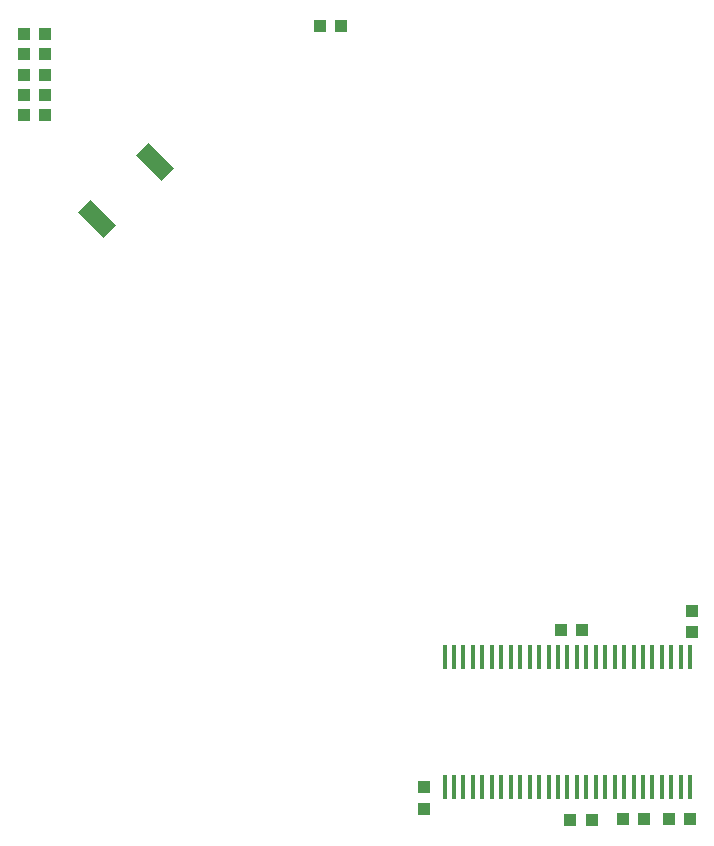
<source format=gbr>
%TF.GenerationSoftware,Altium Limited,Altium Designer,23.1.1 (15)*%
G04 Layer_Color=128*
%FSLAX45Y45*%
%MOMM*%
%TF.SameCoordinates,5129EF4F-D339-4E8A-A4D9-011D67CBAE45*%
%TF.FilePolarity,Positive*%
%TF.FileFunction,Paste,Bot*%
%TF.Part,Single*%
G01*
G75*
%TA.AperFunction,SMDPad,CuDef*%
%ADD28R,1.00000X1.10000*%
%ADD29R,1.10000X1.00000*%
%ADD94R,0.45000X2.00000*%
G04:AMPARAMS|DCode=95|XSize=3mm|YSize=1.5mm|CornerRadius=0mm|HoleSize=0mm|Usage=FLASHONLY|Rotation=135.000|XOffset=0mm|YOffset=0mm|HoleType=Round|Shape=Rectangle|*
%AMROTATEDRECTD95*
4,1,4,1.59099,-0.53033,0.53033,-1.59099,-1.59099,0.53033,-0.53033,1.59099,1.59099,-0.53033,0.0*
%
%ADD95ROTATEDRECTD95*%

D28*
X3550920Y-16601559D02*
D03*
Y-16418559D02*
D03*
X5816600Y-15108040D02*
D03*
Y-14925040D02*
D03*
D29*
X2849019Y-9972040D02*
D03*
X2666019D02*
D03*
X342900Y-10040620D02*
D03*
X159900D02*
D03*
X342900Y-10213340D02*
D03*
X159900D02*
D03*
X342900Y-10386060D02*
D03*
X159900D02*
D03*
X342900Y-10556240D02*
D03*
X159900D02*
D03*
X342900Y-10726420D02*
D03*
X159900D02*
D03*
X4709040Y-15085060D02*
D03*
X4892040D02*
D03*
X4973440Y-16695419D02*
D03*
X4790440D02*
D03*
X5415280Y-16690340D02*
D03*
X5232280D02*
D03*
X5623560Y-16687801D02*
D03*
X5806560D02*
D03*
D94*
X5405038Y-15319919D02*
D03*
X4925039D02*
D03*
X5645037Y-16419922D02*
D03*
X5805037D02*
D03*
X5165038D02*
D03*
X4765039Y-16419920D02*
D03*
X3725041Y-16419922D02*
D03*
X4045041D02*
D03*
X3965041D02*
D03*
X3885041D02*
D03*
X3805041D02*
D03*
Y-15319919D02*
D03*
X3885041D02*
D03*
X3965041Y-15319919D02*
D03*
X4045041Y-15319919D02*
D03*
X4125041D02*
D03*
X4205041D02*
D03*
X4125041Y-16419922D02*
D03*
X4285040Y-15319919D02*
D03*
X4285040Y-16419922D02*
D03*
X4205040D02*
D03*
X5725037D02*
D03*
X5565038D02*
D03*
X5485038D02*
D03*
X5325038D02*
D03*
X5245039D02*
D03*
X5085039D02*
D03*
X5005039D02*
D03*
X4845039D02*
D03*
Y-15319919D02*
D03*
X5005039D02*
D03*
X5085038D02*
D03*
X5245038D02*
D03*
X5325038D02*
D03*
X5485038D02*
D03*
X5565038Y-15319919D02*
D03*
X5725037Y-15319919D02*
D03*
X4685039Y-16419922D02*
D03*
X4605040Y-15319919D02*
D03*
X4445040D02*
D03*
X4525040D02*
D03*
X4525039Y-16419922D02*
D03*
X4365040D02*
D03*
X4445040D02*
D03*
X4605040D02*
D03*
X4925039D02*
D03*
X5405038D02*
D03*
X5645037Y-15319919D02*
D03*
X5165038D02*
D03*
X5805037D02*
D03*
X4765039D02*
D03*
X3725041D02*
D03*
X4365040D02*
D03*
X4685039D02*
D03*
D95*
X1271321Y-11121339D02*
D03*
X780999Y-11611661D02*
D03*
%TF.MD5,c06427aff3afda5e92cb7399beef5e01*%
M02*

</source>
